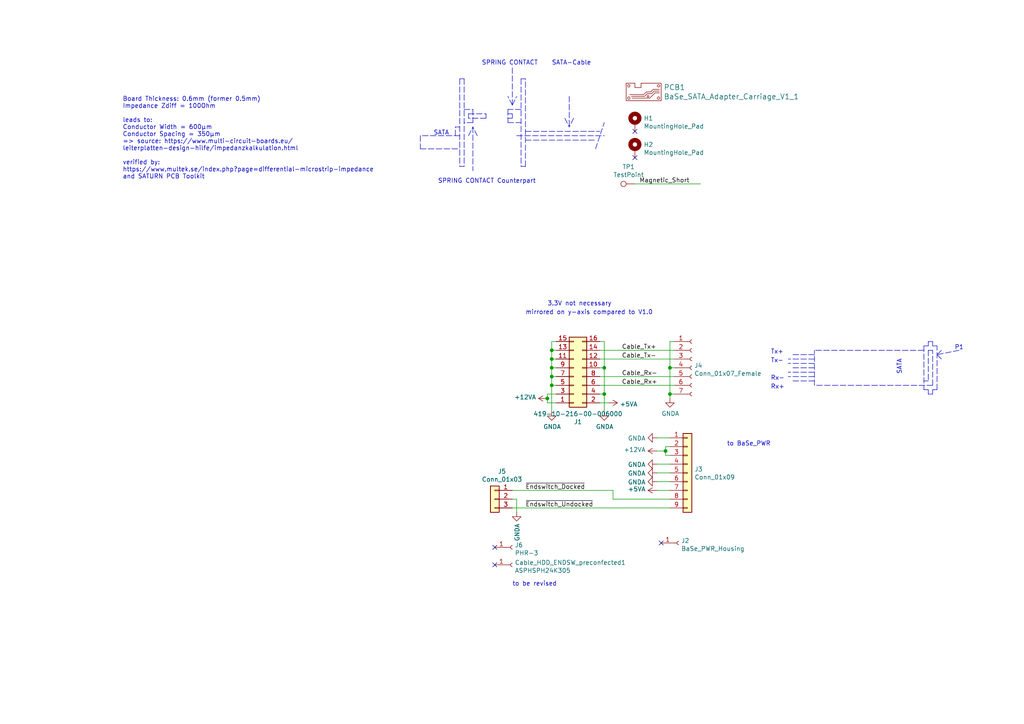
<source format=kicad_sch>
(kicad_sch (version 20211123) (generator eeschema)
  (paper "A4")
  (title_block (title "BaSe_SATA_Adapter_Carriage_V1_1") (rev "rev0") (company "Gras7 Labs") (comment 1 "Adapts SATA-Cable and Power Supply (+12V and +5V) to Spring Contacts") (comment 2 "Adapts endswitch signals"))
  (lib_symbols
    (symbol "Connector:Conn_01x01_Female" (pin_names (offset 1.016) hide)
      (property "Reference" "J" (at 0 2.54 0))
      (property "Value" "Conn_01x01_Female" (at 0 -2.54 0))
      (symbol "Conn_01x01_Female_1_1"
        (polyline (pts (xy -1.27 0) (xy -0.508 0)) (stroke (width 0.1524)))
        (arc (start 0 0.508) (mid -0.508 0) (end 0 -0.508) (stroke (width 0.1524)))
        (pin passive line (at -5.08 0 0) (length 3.81) (name "Pin_1") (number "1"))
      )
    )
    (symbol "Connector:Conn_01x07_Female" (pin_names (offset 1.016) hide)
      (property "Reference" "J" (at 0 10.16 0))
      (property "Value" "Conn_01x07_Female" (at 0 -10.16 0))
      (symbol "Conn_01x07_Female_1_1"
        (arc (start 0 -7.112) (mid -0.508 -7.62) (end 0 -8.128) (stroke (width 0.1524)))
        (arc (start 0 -4.572) (mid -0.508 -5.08) (end 0 -5.588) (stroke (width 0.1524)))
        (arc (start 0 -2.032) (mid -0.508 -2.54) (end 0 -3.048) (stroke (width 0.1524)))
        (polyline (pts (xy -1.27 -7.62) (xy -0.508 -7.62)) (stroke (width 0.1524)))
        (polyline (pts (xy -1.27 -5.08) (xy -0.508 -5.08)) (stroke (width 0.1524)))
        (polyline (pts (xy -1.27 -2.54) (xy -0.508 -2.54)) (stroke (width 0.1524)))
        (polyline (pts (xy -1.27 0) (xy -0.508 0)) (stroke (width 0.1524)))
        (polyline (pts (xy -1.27 2.54) (xy -0.508 2.54)) (stroke (width 0.1524)))
        (polyline (pts (xy -1.27 5.08) (xy -0.508 5.08)) (stroke (width 0.1524)))
        (polyline (pts (xy -1.27 7.62) (xy -0.508 7.62)) (stroke (width 0.1524)))
        (arc (start 0 0.508) (mid -0.508 0) (end 0 -0.508) (stroke (width 0.1524)))
        (arc (start 0 3.048) (mid -0.508 2.54) (end 0 2.032) (stroke (width 0.1524)))
        (arc (start 0 5.588) (mid -0.508 5.08) (end 0 4.572) (stroke (width 0.1524)))
        (arc (start 0 8.128) (mid -0.508 7.62) (end 0 7.112) (stroke (width 0.1524)))
        (pin passive line (at -5.08 7.62 0) (length 3.81) (name "Pin_1") (number "1"))
        (pin passive line (at -5.08 5.08 0) (length 3.81) (name "Pin_2") (number "2"))
        (pin passive line (at -5.08 2.54 0) (length 3.81) (name "Pin_3") (number "3"))
        (pin passive line (at -5.08 0 0) (length 3.81) (name "Pin_4") (number "4"))
        (pin passive line (at -5.08 -2.54 0) (length 3.81) (name "Pin_5") (number "5"))
        (pin passive line (at -5.08 -5.08 0) (length 3.81) (name "Pin_6") (number "6"))
        (pin passive line (at -5.08 -7.62 0) (length 3.81) (name "Pin_7") (number "7"))
      )
    )
    (symbol "Connector:TestPoint" (pin_numbers hide) (pin_names (offset 0.762) hide)
      (property "Reference" "TP" (at 0 6.858 0))
      (property "Value" "TestPoint" (at 0 5.08 0))
      (symbol "TestPoint_0_1"
        (circle (center 0 3.302) (radius 0.762))
      )
      (symbol "TestPoint_1_1"
        (pin passive line (at 0 0 90) (length 2.54) (name "1") (number "1"))
      )
    )
    (symbol "Connector_Generic:Conn_01x03" (pin_names (offset 1.016) hide)
      (property "Reference" "J" (at 0 5.08 0))
      (property "Value" "Conn_01x03" (at 0 -5.08 0))
      (symbol "Conn_01x03_1_1"
        (rectangle (start -1.27 -2.413) (end 0 -2.667) (stroke (width 0.1524)))
        (rectangle (start -1.27 0.127) (end 0 -0.127) (stroke (width 0.1524)))
        (rectangle (start -1.27 2.667) (end 0 2.413) (stroke (width 0.1524)))
        (rectangle (start -1.27 3.81) (end 1.27 -3.81) (stroke (width 0.254)) (fill (type background)))
        (pin passive line (at -5.08 2.54 0) (length 3.81) (name "Pin_1") (number "1"))
        (pin passive line (at -5.08 0 0) (length 3.81) (name "Pin_2") (number "2"))
        (pin passive line (at -5.08 -2.54 0) (length 3.81) (name "Pin_3") (number "3"))
      )
    )
    (symbol "Connector_Generic:Conn_01x09" (pin_names (offset 1.016) hide)
      (property "Reference" "J" (at 0 12.7 0))
      (property "Value" "Conn_01x09" (at 0 -12.7 0))
      (symbol "Conn_01x09_1_1"
        (rectangle (start -1.27 -10.033) (end 0 -10.287) (stroke (width 0.1524)))
        (rectangle (start -1.27 -7.493) (end 0 -7.747) (stroke (width 0.1524)))
        (rectangle (start -1.27 -4.953) (end 0 -5.207) (stroke (width 0.1524)))
        (rectangle (start -1.27 -2.413) (end 0 -2.667) (stroke (width 0.1524)))
        (rectangle (start -1.27 0.127) (end 0 -0.127) (stroke (width 0.1524)))
        (rectangle (start -1.27 2.667) (end 0 2.413) (stroke (width 0.1524)))
        (rectangle (start -1.27 5.207) (end 0 4.953) (stroke (width 0.1524)))
        (rectangle (start -1.27 7.747) (end 0 7.493) (stroke (width 0.1524)))
        (rectangle (start -1.27 10.287) (end 0 10.033) (stroke (width 0.1524)))
        (rectangle (start -1.27 11.43) (end 1.27 -11.43) (stroke (width 0.254)) (fill (type background)))
        (pin passive line (at -5.08 10.16 0) (length 3.81) (name "Pin_1") (number "1"))
        (pin passive line (at -5.08 7.62 0) (length 3.81) (name "Pin_2") (number "2"))
        (pin passive line (at -5.08 5.08 0) (length 3.81) (name "Pin_3") (number "3"))
        (pin passive line (at -5.08 2.54 0) (length 3.81) (name "Pin_4") (number "4"))
        (pin passive line (at -5.08 0 0) (length 3.81) (name "Pin_5") (number "5"))
        (pin passive line (at -5.08 -2.54 0) (length 3.81) (name "Pin_6") (number "6"))
        (pin passive line (at -5.08 -5.08 0) (length 3.81) (name "Pin_7") (number "7"))
        (pin passive line (at -5.08 -7.62 0) (length 3.81) (name "Pin_8") (number "8"))
        (pin passive line (at -5.08 -10.16 0) (length 3.81) (name "Pin_9") (number "9"))
      )
    )
    (symbol "Connector_Generic:Conn_02x08_Odd_Even" (pin_names (offset 1.016) hide)
      (property "Reference" "J" (at 1.27 10.16 0))
      (property "Value" "Conn_02x08_Odd_Even" (at 1.27 -12.7 0))
      (symbol "Conn_02x08_Odd_Even_1_1"
        (rectangle (start -1.27 -10.033) (end 0 -10.287) (stroke (width 0.1524)))
        (rectangle (start -1.27 -7.493) (end 0 -7.747) (stroke (width 0.1524)))
        (rectangle (start -1.27 -4.953) (end 0 -5.207) (stroke (width 0.1524)))
        (rectangle (start -1.27 -2.413) (end 0 -2.667) (stroke (width 0.1524)))
        (rectangle (start -1.27 0.127) (end 0 -0.127) (stroke (width 0.1524)))
        (rectangle (start -1.27 2.667) (end 0 2.413) (stroke (width 0.1524)))
        (rectangle (start -1.27 5.207) (end 0 4.953) (stroke (width 0.1524)))
        (rectangle (start -1.27 7.747) (end 0 7.493) (stroke (width 0.1524)))
        (rectangle (start -1.27 8.89) (end 3.81 -11.43) (stroke (width 0.254)) (fill (type background)))
        (rectangle (start 3.81 -10.033) (end 2.54 -10.287) (stroke (width 0.1524)))
        (rectangle (start 3.81 -7.493) (end 2.54 -7.747) (stroke (width 0.1524)))
        (rectangle (start 3.81 -4.953) (end 2.54 -5.207) (stroke (width 0.1524)))
        (rectangle (start 3.81 -2.413) (end 2.54 -2.667) (stroke (width 0.1524)))
        (rectangle (start 3.81 0.127) (end 2.54 -0.127) (stroke (width 0.1524)))
        (rectangle (start 3.81 2.667) (end 2.54 2.413) (stroke (width 0.1524)))
        (rectangle (start 3.81 5.207) (end 2.54 4.953) (stroke (width 0.1524)))
        (rectangle (start 3.81 7.747) (end 2.54 7.493) (stroke (width 0.1524)))
        (pin passive line (at -5.08 7.62 0) (length 3.81) (name "Pin_1") (number "1"))
        (pin passive line (at 7.62 -2.54 180) (length 3.81) (name "Pin_10") (number "10"))
        (pin passive line (at -5.08 -5.08 0) (length 3.81) (name "Pin_11") (number "11"))
        (pin passive line (at 7.62 -5.08 180) (length 3.81) (name "Pin_12") (number "12"))
        (pin passive line (at -5.08 -7.62 0) (length 3.81) (name "Pin_13") (number "13"))
        (pin passive line (at 7.62 -7.62 180) (length 3.81) (name "Pin_14") (number "14"))
        (pin passive line (at -5.08 -10.16 0) (length 3.81) (name "Pin_15") (number "15"))
        (pin passive line (at 7.62 -10.16 180) (length 3.81) (name "Pin_16") (number "16"))
        (pin passive line (at 7.62 7.62 180) (length 3.81) (name "Pin_2") (number "2"))
        (pin passive line (at -5.08 5.08 0) (length 3.81) (name "Pin_3") (number "3"))
        (pin passive line (at 7.62 5.08 180) (length 3.81) (name "Pin_4") (number "4"))
        (pin passive line (at -5.08 2.54 0) (length 3.81) (name "Pin_5") (number "5"))
        (pin passive line (at 7.62 2.54 180) (length 3.81) (name "Pin_6") (number "6"))
        (pin passive line (at -5.08 0 0) (length 3.81) (name "Pin_7") (number "7"))
        (pin passive line (at 7.62 0 180) (length 3.81) (name "Pin_8") (number "8"))
        (pin passive line (at -5.08 -2.54 0) (length 3.81) (name "Pin_9") (number "9"))
      )
    )
    (symbol "Mechanical:MountingHole_Pad" (pin_numbers hide) (pin_names (offset 1.016) hide)
      (property "Reference" "H" (at 0 6.35 0))
      (property "Value" "MountingHole_Pad" (at 0 4.445 0))
      (symbol "MountingHole_Pad_0_1"
        (circle (center 0 1.27) (radius 1.27) (stroke (width 1.27)))
      )
      (symbol "MountingHole_Pad_1_1"
        (pin input line (at 0 -2.54 90) (length 2.54) (name "1") (number "1"))
      )
    )
    (symbol "g7_labels:PCB" (pin_names (offset 1.016))
      (property "Reference" "PCB" (at 0 3.81 0))
      (property "Value" "PCB" (at 0 -3.81 0))
      (symbol "PCB_0_1"
        (circle (center -4.318 1.778) (radius 0.3556))
        (polyline (pts (xy 4.572 -0.254) (xy 3.302 -0.254) (xy 1.778 -1.778) (xy -3.302 -1.778)))
        (polyline (pts (xy -3.556 -1.27) (xy 0.254 -1.27) (xy 1.016 -0.508) (xy 2.286 -0.508) (xy 3.048 0.254) (xy 4.572 0.254)))
        (polyline (pts (xy -4.064 -0.762) (xy -0.508 -0.762) (xy 0 -0.762) (xy 0.762 0) (xy 2.032 0) (xy 2.794 0.762) (xy 4.572 0.762)))
        (polyline (pts (xy -5.08 2.54) (xy -2.54 2.54) (xy -2.54 1.27) (xy -0.762 1.27) (xy -0.762 2.54) (xy 5.08 2.54) (xy 5.08 -2.54) (xy -5.08 -2.54) (xy -5.08 2.54)))
        (circle (center 1.27 -1.27) (radius 0.254))
        (circle (center 4.318 -1.778) (radius 0.3556))
      )
      (symbol "PCB_1_1"
        (circle (center -4.318 -1.778) (radius 0.3556))
        (circle (center 4.318 1.778) (radius 0.3556))
      )
    )
    (symbol "power:+12VA" (power) (pin_names (offset 0))
      (property "Value" "+12VA" (at 0 3.556 0))
      (symbol "+12VA_0_1"
        (polyline (pts (xy -0.762 1.27) (xy 0 2.54)))
        (polyline (pts (xy 0 0) (xy 0 2.54)))
        (polyline (pts (xy 0 2.54) (xy 0.762 1.27)))
      )
      (symbol "+12VA_1_1"
        (pin power_in line (at 0 0 90) (length 0) hide (name "+12VA") (number "1"))
      )
    )
    (symbol "power:+5VA" (power) (pin_names (offset 0))
      (property "Value" "+5VA" (at 0 3.556 0))
      (symbol "+5VA_0_1"
        (polyline (pts (xy -0.762 1.27) (xy 0 2.54)))
        (polyline (pts (xy 0 0) (xy 0 2.54)))
        (polyline (pts (xy 0 2.54) (xy 0.762 1.27)))
      )
      (symbol "+5VA_1_1"
        (pin power_in line (at 0 0 90) (length 0) hide (name "+5VA") (number "1"))
      )
    )
    (symbol "power:GNDA" (power) (pin_names (offset 0))
      (property "Value" "GNDA" (at 0 -3.81 0))
      (symbol "GNDA_0_1"
        (polyline (pts (xy 0 0) (xy 0 -1.27) (xy 1.27 -1.27) (xy 0 -2.54) (xy -1.27 -1.27) (xy 0 -1.27)))
      )
      (symbol "GNDA_1_1"
        (pin power_in line (at 0 0 270) (length 0) hide (name "GNDA") (number "1"))
      )
    )
  )
  (junction (at 160.02 106.68))
  (junction (at 194.31 114.3))
  (junction (at 194.31 106.68))
  (junction (at 175.26 114.3))
  (junction (at 175.26 106.68))
  (junction (at 158.75 115.57))
  (junction (at 160.02 109.22))
  (junction (at 160.02 104.14))
  (junction (at 193.04 130.81))
  (junction (at 160.02 101.6))
  (junction (at 160.02 111.76))
  (no_connect (at 143.51 158.75))
  (no_connect (at 191.77 157.48))
  (no_connect (at 184.15 38.1))
  (no_connect (at 143.51 163.83))
  (no_connect (at 184.15 45.72))
  (polyline (pts (xy 163.83 34.29) (xy 165.1 36.83)))
  (wire (pts (xy 175.26 114.3) (xy 175.26 119.38)))
  (polyline (pts (xy 134.62 22.86) (xy 133.35 22.86)))
  (polyline (pts (xy 147.32 35.56) (xy 151.13 35.56)))
  (wire (pts (xy 194.31 127) (xy 190.5 127)))
  (wire (pts (xy 161.29 114.3) (xy 158.75 114.3)))
  (polyline (pts (xy 270.51 100.33) (xy 270.51 99.06)))
  (wire (pts (xy 190.5 130.81) (xy 193.04 130.81)))
  (polyline (pts (xy 133.35 48.26) (xy 134.62 48.26)))
  (polyline (pts (xy 121.92 43.18) (xy 133.35 43.18)))
  (polyline (pts (xy 273.05 104.14) (xy 271.78 102.87)))
  (wire (pts (xy 193.04 130.81) (xy 193.04 132.08)))
  (polyline (pts (xy 147.32 33.02) (xy 148.59 33.02)))
  (polyline (pts (xy 270.51 114.3) (xy 270.51 113.03)))
  (polyline (pts (xy 152.4 40.64) (xy 172.72 40.64)))
  (polyline (pts (xy 236.22 106.68) (xy 229.87 106.68)))
  (wire (pts (xy 194.31 99.06) (xy 195.58 99.06)))
  (wire (pts (xy 161.29 99.06) (xy 160.02 99.06)))
  (polyline (pts (xy 133.35 22.86) (xy 133.35 48.26)))
  (wire (pts (xy 194.31 99.06) (xy 194.31 106.68)))
  (wire (pts (xy 173.99 106.68) (xy 175.26 106.68)))
  (wire (pts (xy 160.02 109.22) (xy 160.02 111.76)))
  (wire (pts (xy 149.86 144.78) (xy 149.86 148.59)))
  (wire (pts (xy 193.04 132.08) (xy 194.31 132.08)))
  (wire (pts (xy 184.15 53.34) (xy 203.2 53.34)))
  (polyline (pts (xy 236.22 104.14) (xy 228.6 104.14)))
  (wire (pts (xy 158.75 115.57) (xy 158.75 116.84)))
  (polyline (pts (xy 140.97 33.02) (xy 140.97 34.29)))
  (polyline (pts (xy 133.35 39.37) (xy 121.92 39.37)))
  (wire (pts (xy 160.02 104.14) (xy 160.02 106.68)))
  (wire (pts (xy 193.04 129.54) (xy 194.31 129.54)))
  (polyline (pts (xy 148.59 30.48) (xy 147.32 27.94)))
  (polyline (pts (xy 165.1 27.94) (xy 165.1 36.83)))
  (polyline (pts (xy 147.32 31.75) (xy 147.32 35.56)))
  (polyline (pts (xy 236.22 105.41) (xy 228.6 105.41)))
  (wire (pts (xy 160.02 111.76) (xy 161.29 111.76)))
  (polyline (pts (xy 236.22 110.49) (xy 229.87 110.49)))
  (wire (pts (xy 161.29 109.22) (xy 160.02 109.22)))
  (polyline (pts (xy 148.59 30.48) (xy 148.59 19.05)))
  (wire (pts (xy 158.75 116.84) (xy 161.29 116.84)))
  (wire (pts (xy 160.02 99.06) (xy 160.02 101.6)))
  (polyline (pts (xy 267.97 113.03) (xy 269.24 113.03)))
  (wire (pts (xy 173.99 99.06) (xy 175.26 99.06)))
  (wire (pts (xy 190.5 139.7) (xy 194.31 139.7)))
  (polyline (pts (xy 137.16 35.56) (xy 134.62 35.56)))
  (polyline (pts (xy 236.22 107.95) (xy 228.6 107.95)))
  (wire (pts (xy 161.29 101.6) (xy 160.02 101.6)))
  (polyline (pts (xy 151.13 22.86) (xy 151.13 48.26)))
  (polyline (pts (xy 278.13 101.6) (xy 271.78 102.87)))
  (polyline (pts (xy 152.4 48.26) (xy 152.4 22.86)))
  (polyline (pts (xy 269.24 110.49) (xy 267.97 110.49)))
  (polyline (pts (xy 151.13 31.75) (xy 147.32 31.75)))
  (polyline (pts (xy 269.24 114.3) (xy 270.51 114.3)))
  (polyline (pts (xy 271.78 100.33) (xy 270.51 100.33)))
  (wire (pts (xy 194.31 114.3) (xy 195.58 114.3)))
  (polyline (pts (xy 270.51 101.6) (xy 269.24 101.6)))
  (polyline (pts (xy 148.59 33.02) (xy 148.59 34.29)))
  (polyline (pts (xy 132.08 36.83) (xy 133.35 36.83)))
  (wire (pts (xy 193.04 130.81) (xy 193.04 129.54)))
  (wire (pts (xy 194.31 114.3) (xy 194.31 115.57)))
  (polyline (pts (xy 152.4 38.1) (xy 173.99 38.1)))
  (wire (pts (xy 158.75 114.3) (xy 158.75 115.57)))
  (polyline (pts (xy 269.24 101.6) (xy 269.24 110.49)))
  (polyline (pts (xy 134.62 22.86) (xy 134.62 48.26)))
  (wire (pts (xy 175.26 99.06) (xy 175.26 106.68)))
  (polyline (pts (xy 138.43 39.37) (xy 137.16 36.83)))
  (polyline (pts (xy 270.51 99.06) (xy 269.24 99.06)))
  (wire (pts (xy 190.5 137.16) (xy 194.31 137.16)))
  (polyline (pts (xy 135.89 34.29) (xy 135.89 33.02)))
  (wire (pts (xy 194.31 106.68) (xy 194.31 114.3)))
  (polyline (pts (xy 137.16 36.83) (xy 137.16 49.53)))
  (wire (pts (xy 160.02 111.76) (xy 160.02 119.38)))
  (polyline (pts (xy 236.22 111.76) (xy 236.22 101.6)))
  (polyline (pts (xy 121.92 39.37) (xy 121.92 43.18)))
  (polyline (pts (xy 172.72 43.18) (xy 175.26 35.56)))
  (wire (pts (xy 173.99 109.22) (xy 195.58 109.22)))
  (wire (pts (xy 173.99 111.76) (xy 195.58 111.76)))
  (wire (pts (xy 175.26 106.68) (xy 175.26 114.3)))
  (polyline (pts (xy 270.51 111.76) (xy 270.51 101.6)))
  (polyline (pts (xy 269.24 99.06) (xy 269.24 100.33)))
  (wire (pts (xy 160.02 101.6) (xy 160.02 104.14)))
  (polyline (pts (xy 269.24 113.03) (xy 269.24 114.3)))
  (polyline (pts (xy 135.89 39.37) (xy 137.16 36.83)))
  (polyline (pts (xy 236.22 102.87) (xy 229.87 102.87)))
  (wire (pts (xy 148.59 147.32) (xy 194.31 147.32)))
  (polyline (pts (xy 140.97 34.29) (xy 135.89 34.29)))
  (polyline (pts (xy 137.16 31.75) (xy 137.16 35.56)))
  (polyline (pts (xy 149.86 39.37) (xy 175.26 39.37)))
  (wire (pts (xy 194.31 106.68) (xy 195.58 106.68)))
  (wire (pts (xy 177.8 144.78) (xy 194.31 144.78)))
  (wire (pts (xy 176.53 116.84) (xy 173.99 116.84)))
  (polyline (pts (xy 166.37 34.29) (xy 165.1 36.83)))
  (polyline (pts (xy 236.22 109.22) (xy 228.6 109.22)))
  (polyline (pts (xy 267.97 101.6) (xy 236.22 101.6)))
  (wire (pts (xy 161.29 104.14) (xy 160.02 104.14)))
  (wire (pts (xy 190.5 142.24) (xy 194.31 142.24)))
  (wire (pts (xy 161.29 106.68) (xy 160.02 106.68)))
  (wire (pts (xy 149.86 144.78) (xy 148.59 144.78)))
  (polyline (pts (xy 151.13 48.26) (xy 152.4 48.26)))
  (wire (pts (xy 177.8 142.24) (xy 177.8 144.78)))
  (wire (pts (xy 173.99 104.14) (xy 195.58 104.14)))
  (polyline (pts (xy 270.51 113.03) (xy 271.78 113.03)))
  (polyline (pts (xy 152.4 22.86) (xy 151.13 22.86)))
  (polyline (pts (xy 134.62 31.75) (xy 137.16 31.75)))
  (wire (pts (xy 173.99 101.6) (xy 195.58 101.6)))
  (polyline (pts (xy 135.89 33.02) (xy 140.97 33.02)))
  (polyline (pts (xy 273.05 101.6) (xy 271.78 102.87)))
  (wire (pts (xy 173.99 114.3) (xy 175.26 114.3)))
  (polyline (pts (xy 271.78 113.03) (xy 271.78 100.33)))
  (polyline (pts (xy 148.59 34.29) (xy 147.32 34.29)))
  (polyline (pts (xy 267.97 100.33) (xy 267.97 113.03)))
  (wire (pts (xy 148.59 142.24) (xy 177.8 142.24)))
  (polyline (pts (xy 148.59 30.48) (xy 149.86 27.94)))
  (wire (pts (xy 160.02 106.68) (xy 160.02 109.22)))
  (polyline (pts (xy 270.51 111.76) (xy 236.22 111.76)))
  (polyline (pts (xy 269.24 100.33) (xy 267.97 100.33)))
  (wire (pts (xy 190.5 134.62) (xy 194.31 134.62)))
  (polyline (pts (xy 132.08 39.37) (xy 132.08 36.83)))
  (text "Tx+" (at 223.52 102.87 0) (effects (font (size 1.27 1.27)) (justify left bottom)))
  (text "P1" (at 276.86 101.6 0) (effects (font (size 1.27 1.27)) (justify left bottom)))
  (text "3.3V not necessary" (at 158.75 88.9 0) (effects (font (size 1.27 1.27)) (justify left bottom)))
  (text "mirrored on y-axis compared to V1.0" (at 152.4 91.44 0) (effects (font (size 1.27 1.27)) (justify left bottom)))
  (text "Tx-" (at 223.52 105.41 0) (effects (font (size 1.27 1.27)) (justify left bottom)))
  (text "to be revised" (at 148.59 170.18 0) (effects (font (size 1.27 1.27)) (justify left bottom)))
  (text "SATA-Cable" (at 160.02 19.05 0) (effects (font (size 1.27 1.27)) (justify left bottom)))
  (text "SATA" (at 125.73 39.37 0) (effects (font (size 1.27 1.27)) (justify left bottom)))
  (text "Rx-" (at 223.52 110.49 0) (effects (font (size 1.27 1.27)) (justify left bottom)))
  (text "Board Thickness: 0.6mm (former 0.5mm)\nImpedance Zdiff = 100Ohm\n\nleads to:\nConductor Width = 600µm\nConductor Spacing = 350µm\n=> source: https://www.multi-circuit-boards.eu/\nleiterplatten-design-hilfe/impedanzkalkulation.html\n\nverified by:\nhttps://www.multek.se/index.php?page=differential-microstrip-impedance\nand SATURN PCB Toolkit" (at 35.56 52.07 0) (effects (font (size 1.27 1.27)) (justify left bottom)))
  (text "SATA" (at 261.62 104.14 270) (effects (font (size 1.27 1.27)) (justify right bottom)))
  (text "to BaSe_PWR" (at 210.82 129.54 0) (effects (font (size 1.27 1.27)) (justify left bottom)))
  (text "Rx+" (at 223.52 113.03 0) (effects (font (size 1.27 1.27)) (justify left bottom)))
  (text "SPRING CONTACT" (at 139.7 19.05 0) (effects (font (size 1.27 1.27)) (justify left bottom)))
  (text "SPRING CONTACT Counterpart" (at 127 53.34 0) (effects (font (size 1.27 1.27)) (justify left bottom)))
  (label "Magnetic_Short" (at 185.42 53.34 0))
  (label "~{Endswitch_Docked}" (at 152.4 142.24 0))
  (label "Cable_Tx+" (at 180.34 101.6 0))
  (label "~{Endswitch_Undocked}" (at 152.4 147.32 0))
  (label "Cable_Rx+" (at 180.34 111.76 0))
  (label "Cable_Rx-" (at 180.34 109.22 0))
  (label "Cable_Tx-" (at 180.34 104.14 0))
  (symbol (lib_id "g7_labels:PCB") (at 186.69 26.67 0) (unit 1)
    (property "Reference" "PCB1" (at 192.4812 25.3238 0) (effects (font (size 1.524 1.524)) (justify left)))
    (property "Value" "BaSe_SATA_Adapter_Carriage_V1_1" (at 192.4812 28.0162 0) (effects (font (size 1.524 1.524)) (justify left)))
    (property "Footprint" "G7_Labels:BaSe_SATA_Adapter_Carriage_V1_1" (effects hide))
    (property "MFR" "-" (effects hide))
    (property "MPN" "-" (effects hide))
    (property "SPR" "-" (effects hide))
    (property "SPN" "-" (effects hide))
    (property "SPURL" "-" (effects hide))
  )
  (symbol (lib_id "Mechanical:MountingHole_Pad") (at 184.15 35.56 0) (unit 1)
    (property "Reference" "H1" (at 186.69 34.3154 0) (effects (justify left)))
    (property "Value" "MountingHole_Pad" (at 186.69 36.6268 0) (effects (justify left)))
    (property "Footprint" "MountingHole:MountingHole_3.2mm_M3_DIN965_Pad" (effects hide))
    (property "MFR" "-" (effects hide))
    (property "MPN" "-" (effects hide))
    (property "SPR" "-" (effects hide))
    (property "SPN" "-" (effects hide))
    (property "SPURL" "-" (effects hide))
  )
  (symbol (lib_id "Mechanical:MountingHole_Pad") (at 184.15 43.18 0) (unit 1)
    (property "Reference" "H2" (at 186.69 41.9354 0) (effects (justify left)))
    (property "Value" "MountingHole_Pad" (at 186.69 44.2468 0) (effects (justify left)))
    (property "Footprint" "MountingHole:MountingHole_3.2mm_M3_DIN965_Pad" (effects hide))
    (property "MFR" "-" (effects hide))
    (property "MPN" "-" (effects hide))
    (property "SPR" "-" (effects hide))
    (property "SPN" "-" (effects hide))
    (property "SPURL" "-" (effects hide))
  )
  (symbol (lib_id "Connector:Conn_01x07_Female") (at 200.66 106.68 0) (unit 1)
    (property "Reference" "J4" (at 201.3712 106.0196 0) (effects (justify left)))
    (property "Value" "Conn_01x07_Female" (at 201.3712 108.331 0) (effects (justify left)))
    (property "Footprint" "G7_Custom:SATA_Cable_Intake" (effects hide))
    (property "MFR" "-" (effects hide))
    (property "MPN" "-" (effects hide))
    (property "SPR" "-" (effects hide))
    (property "SPN" "-" (effects hide))
    (property "SPURL" "-" (effects hide))
  )
  (symbol (lib_id "power:GNDA") (at 190.5 137.16 270) (unit 1)
    (property "Reference" "#PWR08" (effects hide))
    (property "Value" "GNDA" (at 187.2742 137.287 90) (effects (justify right)))
  )
  (symbol (lib_id "power:GNDA") (at 190.5 139.7 270) (unit 1)
    (property "Reference" "#PWR09" (effects hide))
    (property "Value" "GNDA" (at 187.2742 139.827 90) (effects (justify right)))
  )
  (symbol (lib_id "Connector_Generic:Conn_02x08_Odd_Even") (at 166.37 109.22 0) (mirror x) (unit 1)
    (property "Reference" "J1" (at 167.64 122.3518 0))
    (property "Value" "419-10-216-00-006000" (at 167.64 120.0404 0))
    (property "Footprint" "G7_Custom:Conn_Spring_Counterpart_MaxMill_823-22-016-10-0001101" (effects hide))
    (property "Datasheet" "https://www.mouser.de/datasheet/2/273/021.2-1131596.pdf" (effects hide))
    (property "MFR" "Mill-Max Manufacturing Corp." (effects hide))
    (property "SPR" "Digikey" (effects hide))
    (property "SPN" " ED1379-ND" (effects hide))
    (property "MPN" "419-10-216-00-006000" (effects hide))
    (property "SPURL" "-" (effects hide))
  )
  (symbol (lib_id "power:GNDA") (at 194.31 115.57 0) (unit 1)
    (property "Reference" "#PWR012" (effects hide))
    (property "Value" "GNDA" (at 194.437 119.9642 0))
  )
  (symbol (lib_id "power:GNDA") (at 175.26 119.38 0) (unit 1)
    (property "Reference" "#PWR03" (effects hide))
    (property "Value" "GNDA" (at 175.387 123.7742 0))
  )
  (symbol (lib_id "power:GNDA") (at 160.02 119.38 0) (unit 1)
    (property "Reference" "#PWR02" (effects hide))
    (property "Value" "GNDA" (at 160.147 123.7742 0))
  )
  (symbol (lib_id "power:+5VA") (at 176.53 116.84 270) (unit 1)
    (property "Reference" "#PWR04" (effects hide))
    (property "Value" "+5VA" (at 179.7558 117.221 90) (effects (justify left)))
  )
  (symbol (lib_id "power:+12VA") (at 158.75 115.57 90) (unit 1)
    (property "Reference" "#PWR01" (effects hide))
    (property "Value" "+12VA" (at 155.5242 115.189 90) (effects (justify left)))
  )
  (symbol (lib_id "Connector_Generic:Conn_01x09") (at 199.39 137.16 0) (unit 1)
    (property "Reference" "J3" (at 201.422 136.0932 0) (effects (justify left)))
    (property "Value" "Conn_01x09" (at 201.422 138.4046 0) (effects (justify left)))
    (property "Footprint" "Connector_JST:JST_PH_B9B-PH-K_1x09_P2.00mm_Vertical" (effects hide))
    (property "MFR" "JST Sales America Inc." (effects hide))
    (property "MFN" "B9B-PH-K-S(LF)(SN)" (effects hide))
    (property "SPR" "Digikey" (effects hide))
    (property "SPN" "455-1711-ND" (effects hide))
    (property "MPN" "-" (effects hide))
    (property "SPURL" "-" (effects hide))
  )
  (symbol (lib_id "power:+5VA") (at 190.5 142.24 90) (unit 1)
    (property "Reference" "#PWR010" (effects hide))
    (property "Value" "+5VA" (at 187.2742 141.859 90) (effects (justify left)))
  )
  (symbol (lib_id "power:+12VA") (at 190.5 130.81 90) (unit 1)
    (property "Reference" "#PWR06" (effects hide))
    (property "Value" "+12VA" (at 187.2742 130.429 90) (effects (justify left)))
  )
  (symbol (lib_id "power:GNDA") (at 190.5 134.62 270) (unit 1)
    (property "Reference" "#PWR07" (effects hide))
    (property "Value" "GNDA" (at 187.2742 134.747 90) (effects (justify right)))
  )
  (symbol (lib_id "power:GNDA") (at 190.5 127 270) (unit 1)
    (property "Reference" "#PWR05" (effects hide))
    (property "Value" "GNDA" (at 187.2742 127.127 90) (effects (justify right)))
  )
  (symbol (lib_id "Connector:Conn_01x01_Female") (at 196.85 157.48 0) (unit 1)
    (property "Reference" "J2" (at 197.5612 156.8196 0) (effects (justify left)))
    (property "Value" "BaSe_PWR_Housing" (at 197.5612 159.131 0) (effects (justify left)))
    (property "MFR" "JST Sales America Inc." (effects hide))
    (property "MFN" "PHR-9" (effects hide))
    (property "SPR" "Digikey" (effects hide))
    (property "SPN" "455-1159-ND" (effects hide))
  )
  (symbol (lib_id "Connector_Generic:Conn_01x03") (at 143.51 144.78 0) (mirror y) (unit 1)
    (property "Reference" "J5" (at 145.5928 136.7282 0))
    (property "Value" "Conn_01x03" (at 145.5928 139.0396 0))
    (property "Footprint" "Connector_JST:JST_PH_B3B-PH-K_1x03_P2.00mm_Vertical" (effects hide))
    (property "MFR" "JST Sales America Inc." (effects hide))
    (property "MPN" "B3B-PH-K-S(LF)(SN)" (effects hide))
    (property "SPN" "455-1705-ND" (effects hide))
    (property "SPR" "Digikey" (effects hide))
  )
  (symbol (lib_id "power:GNDA") (at 149.86 148.59 0) (unit 1)
    (property "Reference" "#PWR011" (effects hide))
    (property "Value" "GNDA" (at 149.987 151.8158 90) (effects (justify right)))
  )
  (symbol (lib_id "Connector:Conn_01x01_Female") (at 148.59 158.75 0) (unit 1)
    (property "Reference" "J6" (at 149.3012 158.0896 0) (effects (justify left)))
    (property "Value" "PHR-3" (at 149.3012 160.401 0) (effects (justify left)))
    (property "MFR" "JST Sales America Inc." (effects hide))
    (property "MFN" "PHR-3" (effects hide))
    (property "SPR" "Digikey" (effects hide))
    (property "SPN" "455-1126-ND" (effects hide))
  )
  (symbol (lib_id "Connector:Conn_01x01_Female") (at 148.59 163.83 0) (unit 1)
    (property "Reference" "Cable_HDD_ENDSW_preconfected1" (at 149.3012 163.1696 0) (effects (justify left)))
    (property "Value" "ASPHSPH24K305" (at 149.3012 165.481 0) (effects (justify left)))
    (property "Footprint" "G7_Custom:BOM_ITEM" (effects hide))
    (property "MFR" "JST Sales America Inc." (effects hide))
    (property "MFN" "ASPHSPH24K305" (effects hide))
    (property "SPR" "Digikey" (effects hide))
    (property "SPN" "455-3083-ND" (effects hide))
  )
  (symbol (lib_id "Connector:TestPoint") (at 184.15 53.34 90) (unit 1)
    (property "Reference" "TP1" (at 182.3212 48.387 90))
    (property "Value" "TestPoint" (at 182.3212 50.6984 90))
  )
)
</source>
